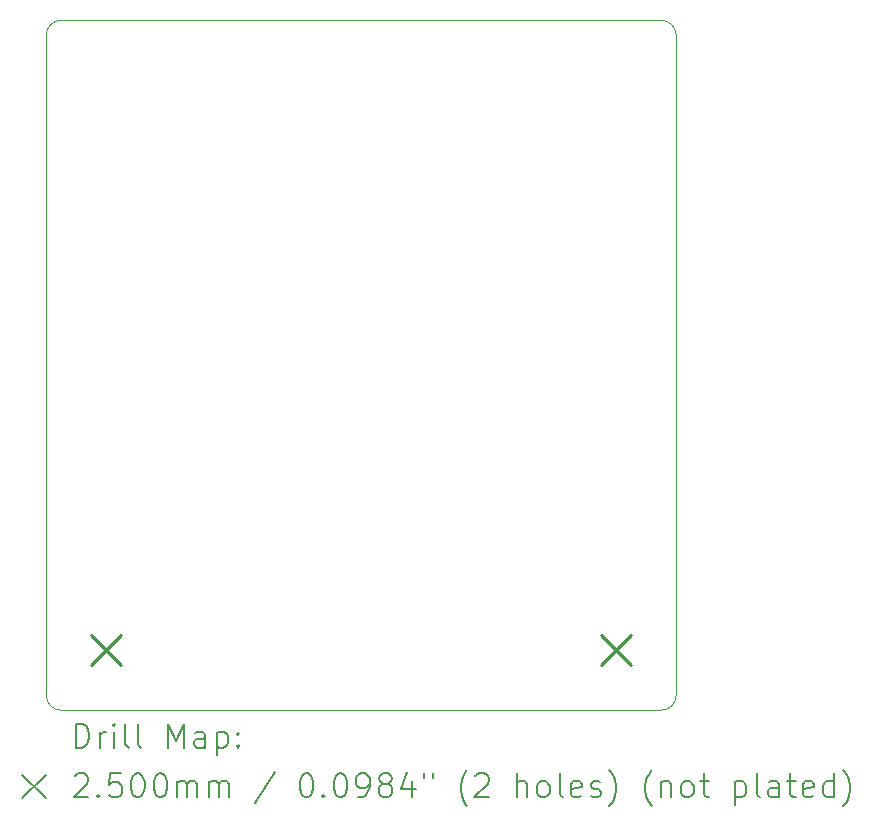
<source format=gbr>
%TF.GenerationSoftware,KiCad,Pcbnew,6.0.9-8da3e8f707~116~ubuntu20.04.1*%
%TF.CreationDate,2022-12-04T00:02:30+01:00*%
%TF.ProjectId,iqdac,69716461-632e-46b6-9963-61645f706362,rev?*%
%TF.SameCoordinates,Original*%
%TF.FileFunction,Drillmap*%
%TF.FilePolarity,Positive*%
%FSLAX45Y45*%
G04 Gerber Fmt 4.5, Leading zero omitted, Abs format (unit mm)*
G04 Created by KiCad (PCBNEW 6.0.9-8da3e8f707~116~ubuntu20.04.1) date 2022-12-04 00:02:30*
%MOMM*%
%LPD*%
G01*
G04 APERTURE LIST*
%ADD10C,0.100000*%
%ADD11C,0.200000*%
%ADD12C,0.250000*%
G04 APERTURE END LIST*
D10*
X13462000Y-10795000D02*
G75*
G03*
X13589000Y-10922000I127000J0D01*
G01*
X13462000Y-5207000D02*
X13462000Y-10795000D01*
X18796000Y-5207000D02*
G75*
G03*
X18669000Y-5080000I-127000J0D01*
G01*
X18669000Y-5080000D02*
X13589000Y-5080000D01*
X18796000Y-10795000D02*
X18796000Y-5207000D01*
X13589000Y-10922000D02*
X18669000Y-10922000D01*
X18669000Y-10922000D02*
G75*
G03*
X18796000Y-10795000I0J127000D01*
G01*
X13589000Y-5080000D02*
G75*
G03*
X13462000Y-5207000I0J-127000D01*
G01*
D11*
D12*
X13845000Y-10289000D02*
X14095000Y-10539000D01*
X14095000Y-10289000D02*
X13845000Y-10539000D01*
X18163000Y-10289000D02*
X18413000Y-10539000D01*
X18413000Y-10289000D02*
X18163000Y-10539000D01*
D11*
X13714619Y-11237476D02*
X13714619Y-11037476D01*
X13762238Y-11037476D01*
X13790809Y-11047000D01*
X13809857Y-11066048D01*
X13819381Y-11085095D01*
X13828905Y-11123190D01*
X13828905Y-11151762D01*
X13819381Y-11189857D01*
X13809857Y-11208905D01*
X13790809Y-11227952D01*
X13762238Y-11237476D01*
X13714619Y-11237476D01*
X13914619Y-11237476D02*
X13914619Y-11104143D01*
X13914619Y-11142238D02*
X13924143Y-11123190D01*
X13933667Y-11113667D01*
X13952714Y-11104143D01*
X13971762Y-11104143D01*
X14038428Y-11237476D02*
X14038428Y-11104143D01*
X14038428Y-11037476D02*
X14028905Y-11047000D01*
X14038428Y-11056524D01*
X14047952Y-11047000D01*
X14038428Y-11037476D01*
X14038428Y-11056524D01*
X14162238Y-11237476D02*
X14143190Y-11227952D01*
X14133667Y-11208905D01*
X14133667Y-11037476D01*
X14267000Y-11237476D02*
X14247952Y-11227952D01*
X14238428Y-11208905D01*
X14238428Y-11037476D01*
X14495571Y-11237476D02*
X14495571Y-11037476D01*
X14562238Y-11180333D01*
X14628905Y-11037476D01*
X14628905Y-11237476D01*
X14809857Y-11237476D02*
X14809857Y-11132714D01*
X14800333Y-11113667D01*
X14781286Y-11104143D01*
X14743190Y-11104143D01*
X14724143Y-11113667D01*
X14809857Y-11227952D02*
X14790809Y-11237476D01*
X14743190Y-11237476D01*
X14724143Y-11227952D01*
X14714619Y-11208905D01*
X14714619Y-11189857D01*
X14724143Y-11170810D01*
X14743190Y-11161286D01*
X14790809Y-11161286D01*
X14809857Y-11151762D01*
X14905095Y-11104143D02*
X14905095Y-11304143D01*
X14905095Y-11113667D02*
X14924143Y-11104143D01*
X14962238Y-11104143D01*
X14981286Y-11113667D01*
X14990809Y-11123190D01*
X15000333Y-11142238D01*
X15000333Y-11199381D01*
X14990809Y-11218428D01*
X14981286Y-11227952D01*
X14962238Y-11237476D01*
X14924143Y-11237476D01*
X14905095Y-11227952D01*
X15086048Y-11218428D02*
X15095571Y-11227952D01*
X15086048Y-11237476D01*
X15076524Y-11227952D01*
X15086048Y-11218428D01*
X15086048Y-11237476D01*
X15086048Y-11113667D02*
X15095571Y-11123190D01*
X15086048Y-11132714D01*
X15076524Y-11123190D01*
X15086048Y-11113667D01*
X15086048Y-11132714D01*
X13257000Y-11467000D02*
X13457000Y-11667000D01*
X13457000Y-11467000D02*
X13257000Y-11667000D01*
X13705095Y-11476524D02*
X13714619Y-11467000D01*
X13733667Y-11457476D01*
X13781286Y-11457476D01*
X13800333Y-11467000D01*
X13809857Y-11476524D01*
X13819381Y-11495571D01*
X13819381Y-11514619D01*
X13809857Y-11543190D01*
X13695571Y-11657476D01*
X13819381Y-11657476D01*
X13905095Y-11638428D02*
X13914619Y-11647952D01*
X13905095Y-11657476D01*
X13895571Y-11647952D01*
X13905095Y-11638428D01*
X13905095Y-11657476D01*
X14095571Y-11457476D02*
X14000333Y-11457476D01*
X13990809Y-11552714D01*
X14000333Y-11543190D01*
X14019381Y-11533667D01*
X14067000Y-11533667D01*
X14086048Y-11543190D01*
X14095571Y-11552714D01*
X14105095Y-11571762D01*
X14105095Y-11619381D01*
X14095571Y-11638428D01*
X14086048Y-11647952D01*
X14067000Y-11657476D01*
X14019381Y-11657476D01*
X14000333Y-11647952D01*
X13990809Y-11638428D01*
X14228905Y-11457476D02*
X14247952Y-11457476D01*
X14267000Y-11467000D01*
X14276524Y-11476524D01*
X14286048Y-11495571D01*
X14295571Y-11533667D01*
X14295571Y-11581286D01*
X14286048Y-11619381D01*
X14276524Y-11638428D01*
X14267000Y-11647952D01*
X14247952Y-11657476D01*
X14228905Y-11657476D01*
X14209857Y-11647952D01*
X14200333Y-11638428D01*
X14190809Y-11619381D01*
X14181286Y-11581286D01*
X14181286Y-11533667D01*
X14190809Y-11495571D01*
X14200333Y-11476524D01*
X14209857Y-11467000D01*
X14228905Y-11457476D01*
X14419381Y-11457476D02*
X14438428Y-11457476D01*
X14457476Y-11467000D01*
X14467000Y-11476524D01*
X14476524Y-11495571D01*
X14486048Y-11533667D01*
X14486048Y-11581286D01*
X14476524Y-11619381D01*
X14467000Y-11638428D01*
X14457476Y-11647952D01*
X14438428Y-11657476D01*
X14419381Y-11657476D01*
X14400333Y-11647952D01*
X14390809Y-11638428D01*
X14381286Y-11619381D01*
X14371762Y-11581286D01*
X14371762Y-11533667D01*
X14381286Y-11495571D01*
X14390809Y-11476524D01*
X14400333Y-11467000D01*
X14419381Y-11457476D01*
X14571762Y-11657476D02*
X14571762Y-11524143D01*
X14571762Y-11543190D02*
X14581286Y-11533667D01*
X14600333Y-11524143D01*
X14628905Y-11524143D01*
X14647952Y-11533667D01*
X14657476Y-11552714D01*
X14657476Y-11657476D01*
X14657476Y-11552714D02*
X14667000Y-11533667D01*
X14686048Y-11524143D01*
X14714619Y-11524143D01*
X14733667Y-11533667D01*
X14743190Y-11552714D01*
X14743190Y-11657476D01*
X14838428Y-11657476D02*
X14838428Y-11524143D01*
X14838428Y-11543190D02*
X14847952Y-11533667D01*
X14867000Y-11524143D01*
X14895571Y-11524143D01*
X14914619Y-11533667D01*
X14924143Y-11552714D01*
X14924143Y-11657476D01*
X14924143Y-11552714D02*
X14933667Y-11533667D01*
X14952714Y-11524143D01*
X14981286Y-11524143D01*
X15000333Y-11533667D01*
X15009857Y-11552714D01*
X15009857Y-11657476D01*
X15400333Y-11447952D02*
X15228905Y-11705095D01*
X15657476Y-11457476D02*
X15676524Y-11457476D01*
X15695571Y-11467000D01*
X15705095Y-11476524D01*
X15714619Y-11495571D01*
X15724143Y-11533667D01*
X15724143Y-11581286D01*
X15714619Y-11619381D01*
X15705095Y-11638428D01*
X15695571Y-11647952D01*
X15676524Y-11657476D01*
X15657476Y-11657476D01*
X15638428Y-11647952D01*
X15628905Y-11638428D01*
X15619381Y-11619381D01*
X15609857Y-11581286D01*
X15609857Y-11533667D01*
X15619381Y-11495571D01*
X15628905Y-11476524D01*
X15638428Y-11467000D01*
X15657476Y-11457476D01*
X15809857Y-11638428D02*
X15819381Y-11647952D01*
X15809857Y-11657476D01*
X15800333Y-11647952D01*
X15809857Y-11638428D01*
X15809857Y-11657476D01*
X15943190Y-11457476D02*
X15962238Y-11457476D01*
X15981286Y-11467000D01*
X15990809Y-11476524D01*
X16000333Y-11495571D01*
X16009857Y-11533667D01*
X16009857Y-11581286D01*
X16000333Y-11619381D01*
X15990809Y-11638428D01*
X15981286Y-11647952D01*
X15962238Y-11657476D01*
X15943190Y-11657476D01*
X15924143Y-11647952D01*
X15914619Y-11638428D01*
X15905095Y-11619381D01*
X15895571Y-11581286D01*
X15895571Y-11533667D01*
X15905095Y-11495571D01*
X15914619Y-11476524D01*
X15924143Y-11467000D01*
X15943190Y-11457476D01*
X16105095Y-11657476D02*
X16143190Y-11657476D01*
X16162238Y-11647952D01*
X16171762Y-11638428D01*
X16190809Y-11609857D01*
X16200333Y-11571762D01*
X16200333Y-11495571D01*
X16190809Y-11476524D01*
X16181286Y-11467000D01*
X16162238Y-11457476D01*
X16124143Y-11457476D01*
X16105095Y-11467000D01*
X16095571Y-11476524D01*
X16086048Y-11495571D01*
X16086048Y-11543190D01*
X16095571Y-11562238D01*
X16105095Y-11571762D01*
X16124143Y-11581286D01*
X16162238Y-11581286D01*
X16181286Y-11571762D01*
X16190809Y-11562238D01*
X16200333Y-11543190D01*
X16314619Y-11543190D02*
X16295571Y-11533667D01*
X16286048Y-11524143D01*
X16276524Y-11505095D01*
X16276524Y-11495571D01*
X16286048Y-11476524D01*
X16295571Y-11467000D01*
X16314619Y-11457476D01*
X16352714Y-11457476D01*
X16371762Y-11467000D01*
X16381286Y-11476524D01*
X16390809Y-11495571D01*
X16390809Y-11505095D01*
X16381286Y-11524143D01*
X16371762Y-11533667D01*
X16352714Y-11543190D01*
X16314619Y-11543190D01*
X16295571Y-11552714D01*
X16286048Y-11562238D01*
X16276524Y-11581286D01*
X16276524Y-11619381D01*
X16286048Y-11638428D01*
X16295571Y-11647952D01*
X16314619Y-11657476D01*
X16352714Y-11657476D01*
X16371762Y-11647952D01*
X16381286Y-11638428D01*
X16390809Y-11619381D01*
X16390809Y-11581286D01*
X16381286Y-11562238D01*
X16371762Y-11552714D01*
X16352714Y-11543190D01*
X16562238Y-11524143D02*
X16562238Y-11657476D01*
X16514619Y-11447952D02*
X16467000Y-11590809D01*
X16590809Y-11590809D01*
X16657476Y-11457476D02*
X16657476Y-11495571D01*
X16733667Y-11457476D02*
X16733667Y-11495571D01*
X17028905Y-11733667D02*
X17019381Y-11724143D01*
X17000333Y-11695571D01*
X16990810Y-11676524D01*
X16981286Y-11647952D01*
X16971762Y-11600333D01*
X16971762Y-11562238D01*
X16981286Y-11514619D01*
X16990810Y-11486048D01*
X17000333Y-11467000D01*
X17019381Y-11438428D01*
X17028905Y-11428905D01*
X17095571Y-11476524D02*
X17105095Y-11467000D01*
X17124143Y-11457476D01*
X17171762Y-11457476D01*
X17190810Y-11467000D01*
X17200333Y-11476524D01*
X17209857Y-11495571D01*
X17209857Y-11514619D01*
X17200333Y-11543190D01*
X17086048Y-11657476D01*
X17209857Y-11657476D01*
X17447952Y-11657476D02*
X17447952Y-11457476D01*
X17533667Y-11657476D02*
X17533667Y-11552714D01*
X17524143Y-11533667D01*
X17505095Y-11524143D01*
X17476524Y-11524143D01*
X17457476Y-11533667D01*
X17447952Y-11543190D01*
X17657476Y-11657476D02*
X17638429Y-11647952D01*
X17628905Y-11638428D01*
X17619381Y-11619381D01*
X17619381Y-11562238D01*
X17628905Y-11543190D01*
X17638429Y-11533667D01*
X17657476Y-11524143D01*
X17686048Y-11524143D01*
X17705095Y-11533667D01*
X17714619Y-11543190D01*
X17724143Y-11562238D01*
X17724143Y-11619381D01*
X17714619Y-11638428D01*
X17705095Y-11647952D01*
X17686048Y-11657476D01*
X17657476Y-11657476D01*
X17838429Y-11657476D02*
X17819381Y-11647952D01*
X17809857Y-11628905D01*
X17809857Y-11457476D01*
X17990810Y-11647952D02*
X17971762Y-11657476D01*
X17933667Y-11657476D01*
X17914619Y-11647952D01*
X17905095Y-11628905D01*
X17905095Y-11552714D01*
X17914619Y-11533667D01*
X17933667Y-11524143D01*
X17971762Y-11524143D01*
X17990810Y-11533667D01*
X18000333Y-11552714D01*
X18000333Y-11571762D01*
X17905095Y-11590809D01*
X18076524Y-11647952D02*
X18095571Y-11657476D01*
X18133667Y-11657476D01*
X18152714Y-11647952D01*
X18162238Y-11628905D01*
X18162238Y-11619381D01*
X18152714Y-11600333D01*
X18133667Y-11590809D01*
X18105095Y-11590809D01*
X18086048Y-11581286D01*
X18076524Y-11562238D01*
X18076524Y-11552714D01*
X18086048Y-11533667D01*
X18105095Y-11524143D01*
X18133667Y-11524143D01*
X18152714Y-11533667D01*
X18228905Y-11733667D02*
X18238429Y-11724143D01*
X18257476Y-11695571D01*
X18267000Y-11676524D01*
X18276524Y-11647952D01*
X18286048Y-11600333D01*
X18286048Y-11562238D01*
X18276524Y-11514619D01*
X18267000Y-11486048D01*
X18257476Y-11467000D01*
X18238429Y-11438428D01*
X18228905Y-11428905D01*
X18590810Y-11733667D02*
X18581286Y-11724143D01*
X18562238Y-11695571D01*
X18552714Y-11676524D01*
X18543190Y-11647952D01*
X18533667Y-11600333D01*
X18533667Y-11562238D01*
X18543190Y-11514619D01*
X18552714Y-11486048D01*
X18562238Y-11467000D01*
X18581286Y-11438428D01*
X18590810Y-11428905D01*
X18667000Y-11524143D02*
X18667000Y-11657476D01*
X18667000Y-11543190D02*
X18676524Y-11533667D01*
X18695571Y-11524143D01*
X18724143Y-11524143D01*
X18743190Y-11533667D01*
X18752714Y-11552714D01*
X18752714Y-11657476D01*
X18876524Y-11657476D02*
X18857476Y-11647952D01*
X18847952Y-11638428D01*
X18838429Y-11619381D01*
X18838429Y-11562238D01*
X18847952Y-11543190D01*
X18857476Y-11533667D01*
X18876524Y-11524143D01*
X18905095Y-11524143D01*
X18924143Y-11533667D01*
X18933667Y-11543190D01*
X18943190Y-11562238D01*
X18943190Y-11619381D01*
X18933667Y-11638428D01*
X18924143Y-11647952D01*
X18905095Y-11657476D01*
X18876524Y-11657476D01*
X19000333Y-11524143D02*
X19076524Y-11524143D01*
X19028905Y-11457476D02*
X19028905Y-11628905D01*
X19038429Y-11647952D01*
X19057476Y-11657476D01*
X19076524Y-11657476D01*
X19295571Y-11524143D02*
X19295571Y-11724143D01*
X19295571Y-11533667D02*
X19314619Y-11524143D01*
X19352714Y-11524143D01*
X19371762Y-11533667D01*
X19381286Y-11543190D01*
X19390810Y-11562238D01*
X19390810Y-11619381D01*
X19381286Y-11638428D01*
X19371762Y-11647952D01*
X19352714Y-11657476D01*
X19314619Y-11657476D01*
X19295571Y-11647952D01*
X19505095Y-11657476D02*
X19486048Y-11647952D01*
X19476524Y-11628905D01*
X19476524Y-11457476D01*
X19667000Y-11657476D02*
X19667000Y-11552714D01*
X19657476Y-11533667D01*
X19638429Y-11524143D01*
X19600333Y-11524143D01*
X19581286Y-11533667D01*
X19667000Y-11647952D02*
X19647952Y-11657476D01*
X19600333Y-11657476D01*
X19581286Y-11647952D01*
X19571762Y-11628905D01*
X19571762Y-11609857D01*
X19581286Y-11590809D01*
X19600333Y-11581286D01*
X19647952Y-11581286D01*
X19667000Y-11571762D01*
X19733667Y-11524143D02*
X19809857Y-11524143D01*
X19762238Y-11457476D02*
X19762238Y-11628905D01*
X19771762Y-11647952D01*
X19790810Y-11657476D01*
X19809857Y-11657476D01*
X19952714Y-11647952D02*
X19933667Y-11657476D01*
X19895571Y-11657476D01*
X19876524Y-11647952D01*
X19867000Y-11628905D01*
X19867000Y-11552714D01*
X19876524Y-11533667D01*
X19895571Y-11524143D01*
X19933667Y-11524143D01*
X19952714Y-11533667D01*
X19962238Y-11552714D01*
X19962238Y-11571762D01*
X19867000Y-11590809D01*
X20133667Y-11657476D02*
X20133667Y-11457476D01*
X20133667Y-11647952D02*
X20114619Y-11657476D01*
X20076524Y-11657476D01*
X20057476Y-11647952D01*
X20047952Y-11638428D01*
X20038429Y-11619381D01*
X20038429Y-11562238D01*
X20047952Y-11543190D01*
X20057476Y-11533667D01*
X20076524Y-11524143D01*
X20114619Y-11524143D01*
X20133667Y-11533667D01*
X20209857Y-11733667D02*
X20219381Y-11724143D01*
X20238429Y-11695571D01*
X20247952Y-11676524D01*
X20257476Y-11647952D01*
X20267000Y-11600333D01*
X20267000Y-11562238D01*
X20257476Y-11514619D01*
X20247952Y-11486048D01*
X20238429Y-11467000D01*
X20219381Y-11438428D01*
X20209857Y-11428905D01*
M02*

</source>
